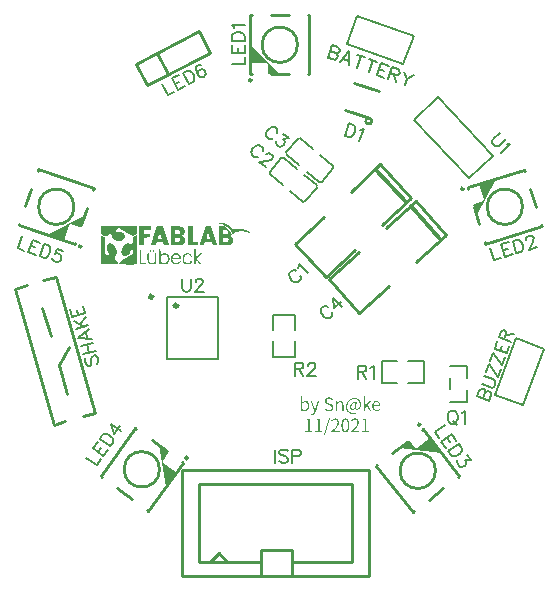
<source format=gto>
G04 Layer: TopSilkLayer*
G04 EasyEDA v6.4.25, 2021-11-16T21:36:29+01:00*
G04 969fc306525a459593755dfbefa048c4,10*
G04 Gerber Generator version 0.2*
G04 Scale: 100 percent, Rotated: No, Reflected: No *
G04 Dimensions in millimeters *
G04 leading zeros omitted , absolute positions ,4 integer and 5 decimal *
%FSLAX45Y45*%
%MOMM*%

%ADD32C,0.2540*%
%ADD33C,0.1524*%
%ADD34C,0.2032*%
%ADD35C,0.3302*%
%ADD36C,0.3000*%

%LPD*%
G36*
X-508812Y489204D02*
G01*
X-528878Y489102D01*
X-500888Y480263D01*
X-487426Y475234D01*
X-481076Y472541D01*
X-469087Y466598D01*
X-463397Y463397D01*
X-457962Y460044D01*
X-447649Y452678D01*
X-442722Y448716D01*
X-433425Y440080D01*
X-428955Y435457D01*
X-424637Y430580D01*
X-416356Y420065D01*
X-412343Y414426D01*
X-404571Y402234D01*
X-400253Y395020D01*
X-385622Y402691D01*
X-380187Y405028D01*
X-374548Y407162D01*
X-368706Y408990D01*
X-356565Y411937D01*
X-350266Y413054D01*
X-337261Y414477D01*
X-330657Y414832D01*
X-317195Y414731D01*
X-310388Y414324D01*
X-296722Y412699D01*
X-289915Y411530D01*
X-276352Y408381D01*
X-256286Y401929D01*
X-250799Y400405D01*
X-247040Y399643D01*
X-245668Y399897D01*
X-246837Y401574D01*
X-249986Y404215D01*
X-254711Y407517D01*
X-267309Y415137D01*
X-281330Y422554D01*
X-293268Y427685D01*
X-304038Y431342D01*
X-309422Y432816D01*
X-320243Y435101D01*
X-331165Y436422D01*
X-336600Y436778D01*
X-347624Y436778D01*
X-353161Y436473D01*
X-364337Y435101D01*
X-375666Y432816D01*
X-393090Y428650D01*
X-401726Y440283D01*
X-405231Y444347D01*
X-413004Y452170D01*
X-421640Y459435D01*
X-431038Y466140D01*
X-441096Y472185D01*
X-451662Y477469D01*
X-462635Y481888D01*
X-468223Y483768D01*
X-473913Y485393D01*
X-481228Y486918D01*
X-490270Y488137D01*
X-499872Y488950D01*
G37*
G36*
X-517651Y457911D02*
G01*
X-517651Y426516D01*
X-463296Y426516D01*
X-456844Y426212D01*
X-451205Y425399D01*
X-446582Y424078D01*
X-443230Y422300D01*
X-440486Y419862D01*
X-438861Y417068D01*
X-438200Y413461D01*
X-438302Y408635D01*
X-438962Y404571D01*
X-440232Y401116D01*
X-442163Y398373D01*
X-444906Y396138D01*
X-448462Y394512D01*
X-452882Y393395D01*
X-458266Y392734D01*
X-464616Y392480D01*
X-477723Y392480D01*
X-477723Y426516D01*
X-517651Y426516D01*
X-517651Y361035D01*
X-460756Y361035D01*
X-453694Y360781D01*
X-447446Y360121D01*
X-442569Y359054D01*
X-439674Y357784D01*
X-437946Y355904D01*
X-436321Y353364D01*
X-434898Y350418D01*
X-433984Y347421D01*
X-433476Y343662D01*
X-434035Y340410D01*
X-435711Y337210D01*
X-438708Y333654D01*
X-442569Y330200D01*
X-446785Y328168D01*
X-452628Y327202D01*
X-461416Y326999D01*
X-477723Y326999D01*
X-477723Y361035D01*
X-517651Y361035D01*
X-517651Y295554D01*
X-467258Y295656D01*
X-450951Y296062D01*
X-437083Y296824D01*
X-427380Y297789D01*
X-424637Y298348D01*
X-419811Y300177D01*
X-415035Y302717D01*
X-410514Y305917D01*
X-406298Y309575D01*
X-402539Y313690D01*
X-399288Y318058D01*
X-396798Y322630D01*
X-395020Y327202D01*
X-393801Y334111D01*
X-393954Y341274D01*
X-395224Y348437D01*
X-397662Y355346D01*
X-401066Y361746D01*
X-405333Y367385D01*
X-410311Y372008D01*
X-416001Y375361D01*
X-423265Y378561D01*
X-405079Y389839D01*
X-410819Y400812D01*
X-415696Y408686D01*
X-422401Y417728D01*
X-430276Y427177D01*
X-438658Y436219D01*
X-446887Y444195D01*
X-454304Y450240D01*
X-460806Y454558D01*
X-463804Y455879D01*
X-467156Y456844D01*
X-471220Y457403D01*
X-476351Y457758D01*
X-482904Y457911D01*
G37*
G36*
X-626922Y457911D02*
G01*
X-644296Y407263D01*
X-661582Y355142D01*
X-619963Y355142D01*
X-617626Y363829D01*
X-612089Y381965D01*
X-604164Y406806D01*
X-588721Y358241D01*
X-588314Y355498D01*
X-589991Y353974D01*
X-594715Y353314D01*
X-603554Y353161D01*
X-609904Y353314D01*
X-615137Y353771D01*
X-618642Y354380D01*
X-619963Y355142D01*
X-661582Y355142D01*
X-678027Y303834D01*
X-679805Y297434D01*
X-678230Y296672D01*
X-673811Y296164D01*
X-667308Y295960D01*
X-638911Y296875D01*
X-631494Y321919D01*
X-576529Y320446D01*
X-569163Y295554D01*
X-536295Y295656D01*
X-530301Y296316D01*
X-528421Y298094D01*
X-529031Y301447D01*
X-580491Y457911D01*
G37*
G36*
X-777138Y457911D02*
G01*
X-777138Y295554D01*
X-689813Y295554D01*
X-689813Y326999D01*
X-737209Y326999D01*
X-737209Y457911D01*
G37*
G36*
X-924356Y457911D02*
G01*
X-924356Y426516D01*
X-870000Y426516D01*
X-863498Y426212D01*
X-857859Y425399D01*
X-853287Y424078D01*
X-849934Y422300D01*
X-847191Y419862D01*
X-845566Y417068D01*
X-844905Y413461D01*
X-845007Y408635D01*
X-845616Y404571D01*
X-846937Y401116D01*
X-848868Y398373D01*
X-851611Y396138D01*
X-855167Y394512D01*
X-859586Y393395D01*
X-864920Y392734D01*
X-871321Y392480D01*
X-884428Y392480D01*
X-884428Y426516D01*
X-924356Y426516D01*
X-924356Y361035D01*
X-866952Y361035D01*
X-858062Y360832D01*
X-851966Y360019D01*
X-847750Y358394D01*
X-844499Y355803D01*
X-840689Y349961D01*
X-839724Y343814D01*
X-841552Y337769D01*
X-846124Y332435D01*
X-850036Y329793D01*
X-854608Y328117D01*
X-860552Y327253D01*
X-868578Y326999D01*
X-884428Y326999D01*
X-884428Y361035D01*
X-924356Y361035D01*
X-924356Y295554D01*
X-873963Y295656D01*
X-857605Y296062D01*
X-843787Y296824D01*
X-834085Y297789D01*
X-831342Y298348D01*
X-826008Y300278D01*
X-821131Y302768D01*
X-816711Y305816D01*
X-812749Y309321D01*
X-809294Y313283D01*
X-806399Y317601D01*
X-804113Y322224D01*
X-802386Y327152D01*
X-801319Y332282D01*
X-800912Y337566D01*
X-801217Y343001D01*
X-802233Y348437D01*
X-803910Y353364D01*
X-806399Y358292D01*
X-809447Y363067D01*
X-812952Y367436D01*
X-816660Y371195D01*
X-820419Y374192D01*
X-824077Y376123D01*
X-827430Y376834D01*
X-830224Y377088D01*
X-830834Y377799D01*
X-828954Y379272D01*
X-824534Y381812D01*
X-816102Y387400D01*
X-810361Y393547D01*
X-806907Y401015D01*
X-805180Y410413D01*
X-804976Y416001D01*
X-805332Y421284D01*
X-806246Y426262D01*
X-807770Y430885D01*
X-809853Y435203D01*
X-812495Y439166D01*
X-815695Y442772D01*
X-819403Y446024D01*
X-823671Y448919D01*
X-828446Y451358D01*
X-833729Y453440D01*
X-839520Y455117D01*
X-846785Y456133D01*
X-858266Y457047D01*
X-872388Y457606D01*
X-887577Y457860D01*
G37*
G36*
X-1040485Y457911D02*
G01*
X-1061466Y392379D01*
X-1074355Y353161D01*
X-1033678Y353161D01*
X-1022756Y387705D01*
X-1019962Y395630D01*
X-1017828Y400964D01*
X-1016660Y402945D01*
X-1015492Y400964D01*
X-1010615Y387705D01*
X-999642Y353161D01*
X-1074355Y353161D01*
X-1093876Y295554D01*
X-1052017Y295554D01*
X-1043736Y321767D01*
X-989634Y321767D01*
X-981354Y295554D01*
X-948690Y295706D01*
X-942492Y296316D01*
X-940206Y297688D01*
X-940511Y300126D01*
X-992987Y457911D01*
G37*
G36*
X-1188821Y457911D02*
G01*
X-1188821Y295554D01*
X-1148943Y295554D01*
X-1148943Y360832D01*
X-1102766Y362356D01*
X-1101242Y392480D01*
X-1148943Y392480D01*
X-1148943Y426516D01*
X-1086561Y426516D01*
X-1086561Y457911D01*
G37*
G36*
X-1515668Y457911D02*
G01*
X-1515668Y395833D01*
X-1494536Y381101D01*
X-1488440Y377088D01*
X-1483664Y374548D01*
X-1479702Y373481D01*
X-1475943Y373786D01*
X-1471777Y375462D01*
X-1466697Y378409D01*
X-1442110Y394004D01*
X-1431493Y387807D01*
X-1426413Y384505D01*
X-1423111Y381508D01*
X-1421384Y378460D01*
X-1420876Y375005D01*
X-1420571Y370382D01*
X-1419606Y365963D01*
X-1418031Y361746D01*
X-1415897Y357733D01*
X-1413154Y353974D01*
X-1409903Y350418D01*
X-1406144Y347167D01*
X-1401826Y344220D01*
X-1397050Y341579D01*
X-1391869Y339242D01*
X-1386179Y337312D01*
X-1380134Y335737D01*
X-1373378Y334518D01*
X-1366774Y333908D01*
X-1360322Y333857D01*
X-1354074Y334314D01*
X-1348079Y335280D01*
X-1342390Y336753D01*
X-1337005Y338683D01*
X-1332026Y341020D01*
X-1327505Y343814D01*
X-1323390Y346964D01*
X-1319834Y350520D01*
X-1316786Y354380D01*
X-1314348Y358597D01*
X-1312570Y363118D01*
X-1311452Y367893D01*
X-1311097Y372922D01*
X-1311452Y378968D01*
X-1312621Y383895D01*
X-1314958Y388467D01*
X-1318615Y393395D01*
X-1322832Y397916D01*
X-1327404Y401675D01*
X-1332484Y404774D01*
X-1338072Y407212D01*
X-1344269Y409041D01*
X-1351229Y410260D01*
X-1359001Y410972D01*
X-1377797Y411276D01*
X-1384960Y411988D01*
X-1389888Y413359D01*
X-1393444Y415493D01*
X-1396187Y418287D01*
X-1395679Y420878D01*
X-1390751Y424688D01*
X-1361592Y442214D01*
X-1291894Y399694D01*
X-1243888Y371043D01*
X-1206296Y392836D01*
X-1206296Y457911D01*
G37*
G36*
X-1514449Y384606D02*
G01*
X-1514805Y378206D01*
X-1515110Y360375D01*
X-1515211Y289509D01*
X-1514449Y134518D01*
X-1367231Y134518D01*
X-1366570Y143662D01*
X-1366570Y148996D01*
X-1368247Y152857D01*
X-1372870Y156667D01*
X-1397203Y171196D01*
X-1398168Y198983D01*
X-1397457Y205079D01*
X-1395323Y209194D01*
X-1387652Y216916D01*
X-1384858Y221030D01*
X-1382725Y225552D01*
X-1381150Y230479D01*
X-1380185Y235712D01*
X-1379778Y241198D01*
X-1379931Y246888D01*
X-1380591Y252729D01*
X-1381760Y258622D01*
X-1383436Y264515D01*
X-1385570Y270357D01*
X-1388110Y276047D01*
X-1391107Y281635D01*
X-1394510Y286918D01*
X-1398320Y291896D01*
X-1402486Y296570D01*
X-1406956Y300736D01*
X-1411782Y304495D01*
X-1416913Y307644D01*
X-1422349Y310184D01*
X-1427530Y311912D01*
X-1432407Y312928D01*
X-1437030Y313182D01*
X-1441348Y312775D01*
X-1445361Y311708D01*
X-1449019Y310032D01*
X-1452372Y307797D01*
X-1455318Y305054D01*
X-1457909Y301752D01*
X-1460093Y298043D01*
X-1461820Y293878D01*
X-1463141Y289356D01*
X-1464005Y284429D01*
X-1464411Y279196D01*
X-1464310Y273710D01*
X-1463700Y267919D01*
X-1462532Y261975D01*
X-1460855Y255828D01*
X-1458620Y249529D01*
X-1455775Y243128D01*
X-1451610Y235559D01*
X-1449730Y232867D01*
X-1448358Y231444D01*
X-1447393Y229666D01*
X-1446580Y226110D01*
X-1446022Y221335D01*
X-1445818Y215696D01*
X-1445818Y201676D01*
X-1483258Y223520D01*
X-1483258Y364998D01*
X-1504137Y378612D01*
X-1512773Y383844D01*
G37*
G36*
X-1207566Y384352D02*
G01*
X-1241247Y365150D01*
X-1241247Y317398D01*
X-1260348Y308203D01*
X-1264767Y306882D01*
X-1268018Y307441D01*
X-1274978Y311759D01*
X-1278686Y313232D01*
X-1282649Y314045D01*
X-1286764Y314198D01*
X-1290980Y313791D01*
X-1295247Y312826D01*
X-1299616Y311251D01*
X-1303934Y309168D01*
X-1308252Y306578D01*
X-1312468Y303479D01*
X-1316532Y299923D01*
X-1320495Y295960D01*
X-1324203Y291490D01*
X-1327708Y286664D01*
X-1330858Y281482D01*
X-1333754Y275894D01*
X-1337919Y266344D01*
X-1340154Y258825D01*
X-1340916Y250952D01*
X-1340612Y240385D01*
X-1339850Y229971D01*
X-1338478Y223367D01*
X-1335938Y218694D01*
X-1331518Y214071D01*
X-1327658Y211074D01*
X-1323441Y208889D01*
X-1318920Y207517D01*
X-1314145Y206959D01*
X-1309217Y207111D01*
X-1304239Y207975D01*
X-1299210Y209550D01*
X-1294231Y211734D01*
X-1289354Y214579D01*
X-1284630Y217932D01*
X-1280160Y221894D01*
X-1275994Y226364D01*
X-1272184Y231292D01*
X-1268780Y236626D01*
X-1265936Y242417D01*
X-1261567Y253949D01*
X-1258925Y258064D01*
X-1255420Y261416D01*
X-1250746Y264363D01*
X-1241247Y269494D01*
X-1241247Y223316D01*
X-1332382Y168148D01*
X-1344117Y160578D01*
X-1351432Y155295D01*
X-1353769Y153263D01*
X-1355344Y151485D01*
X-1356410Y149910D01*
X-1356969Y148437D01*
X-1357274Y145389D01*
X-1357223Y134518D01*
X-1246784Y133604D01*
X-1230122Y133756D01*
X-1218590Y134162D01*
X-1211478Y134823D01*
X-1209344Y135280D01*
X-1208024Y135839D01*
X-1207465Y136448D01*
X-1207109Y143713D01*
X-1206855Y162052D01*
X-1206754Y232664D01*
G37*
G36*
X-722223Y261518D02*
G01*
X-722223Y135788D01*
X-716026Y135788D01*
X-712470Y136194D01*
X-710590Y138480D01*
X-709879Y144475D01*
X-709777Y176072D01*
X-692099Y155956D01*
X-683006Y145948D01*
X-676503Y139801D01*
X-671525Y136652D01*
X-667156Y135788D01*
X-664311Y135940D01*
X-662025Y136347D01*
X-660450Y136956D01*
X-659892Y137718D01*
X-661517Y140157D01*
X-665886Y145440D01*
X-680415Y161290D01*
X-700938Y182930D01*
X-672439Y213156D01*
X-665886Y220471D01*
X-661517Y225755D01*
X-659892Y228193D01*
X-660501Y228904D01*
X-662279Y229463D01*
X-664819Y229819D01*
X-667969Y229920D01*
X-672795Y229108D01*
X-677722Y226212D01*
X-684022Y220268D01*
X-692912Y210312D01*
X-709777Y190855D01*
X-709777Y261518D01*
G37*
G36*
X-1021638Y261518D02*
G01*
X-1021638Y180340D01*
X-1008634Y180340D01*
X-1008278Y187299D01*
X-1007059Y193548D01*
X-1005230Y199186D01*
X-1002792Y204266D01*
X-999845Y208686D01*
X-996391Y212394D01*
X-992581Y215392D01*
X-988364Y217576D01*
X-983894Y218998D01*
X-979220Y219557D01*
X-974344Y219202D01*
X-969365Y217982D01*
X-964387Y215747D01*
X-960119Y213106D01*
X-956513Y210210D01*
X-953465Y206908D01*
X-951026Y203301D01*
X-949147Y199288D01*
X-947826Y194818D01*
X-947064Y189941D01*
X-946810Y184556D01*
X-947115Y178765D01*
X-947978Y173380D01*
X-949401Y168351D01*
X-951331Y163728D01*
X-953769Y159613D01*
X-956716Y155956D01*
X-960170Y152857D01*
X-964031Y150317D01*
X-969822Y147929D01*
X-975512Y146761D01*
X-981151Y146862D01*
X-986536Y148082D01*
X-991565Y150266D01*
X-996137Y153466D01*
X-1000201Y157480D01*
X-1003553Y162306D01*
X-1006144Y167741D01*
X-1007871Y173786D01*
X-1008634Y180340D01*
X-1021638Y180340D01*
X-1021638Y135788D01*
X-1015441Y135788D01*
X-1012190Y136093D01*
X-1010310Y137312D01*
X-1009396Y139801D01*
X-1009192Y144119D01*
X-1009192Y152450D01*
X-1003553Y147066D01*
X-997153Y141732D01*
X-990853Y138226D01*
X-983843Y136347D01*
X-975563Y135788D01*
X-970584Y136042D01*
X-966012Y136702D01*
X-961694Y137871D01*
X-957681Y139547D01*
X-953871Y141732D01*
X-950264Y144424D01*
X-946810Y147726D01*
X-943457Y151536D01*
X-940257Y156006D01*
X-937666Y160731D01*
X-935583Y165709D01*
X-934059Y170840D01*
X-933043Y176072D01*
X-932535Y181406D01*
X-932586Y186690D01*
X-933094Y191973D01*
X-934110Y197104D01*
X-935583Y202082D01*
X-937564Y206857D01*
X-940003Y211328D01*
X-942898Y215493D01*
X-946251Y219252D01*
X-950061Y222605D01*
X-954278Y225399D01*
X-959205Y227736D01*
X-964488Y229108D01*
X-970737Y229666D01*
X-978611Y229463D01*
X-986840Y228701D01*
X-992632Y227329D01*
X-997203Y224891D01*
X-1001674Y220979D01*
X-1009192Y213410D01*
X-1009294Y251307D01*
X-1010005Y258470D01*
X-1011834Y261112D01*
X-1015441Y261518D01*
G37*
G36*
X-1070406Y258724D02*
G01*
X-1073607Y257657D01*
X-1076756Y254762D01*
X-1078484Y250393D01*
X-1077417Y246227D01*
X-1074013Y243078D01*
X-1068832Y241858D01*
X-1064564Y243128D01*
X-1062177Y246278D01*
X-1061974Y250545D01*
X-1064158Y255117D01*
X-1067206Y257860D01*
G37*
G36*
X-1095654Y258419D02*
G01*
X-1097889Y257657D01*
X-1099769Y256235D01*
X-1101242Y254203D01*
X-1102258Y249174D01*
X-1100683Y244602D01*
X-1097280Y241554D01*
X-1092606Y240995D01*
X-1088593Y244144D01*
X-1087424Y249834D01*
X-1088999Y255422D01*
X-1093216Y258419D01*
G37*
G36*
X-1186332Y253644D02*
G01*
X-1186332Y135788D01*
X-1145692Y135940D01*
X-1137818Y136601D01*
X-1134567Y138176D01*
X-1133957Y141020D01*
X-1134465Y143865D01*
X-1137056Y145491D01*
X-1143050Y146151D01*
X-1173886Y146304D01*
X-1173886Y253644D01*
G37*
G36*
X-784098Y230073D02*
G01*
X-789990Y229514D01*
X-795528Y228295D01*
X-800455Y226567D01*
X-804621Y224180D01*
X-809802Y220217D01*
X-814019Y216357D01*
X-817270Y212394D01*
X-819708Y208076D01*
X-821436Y203200D01*
X-822553Y197510D01*
X-823112Y190855D01*
X-823315Y182930D01*
X-823112Y175056D01*
X-822553Y168351D01*
X-821436Y162712D01*
X-819708Y157835D01*
X-817219Y153466D01*
X-813917Y149453D01*
X-809650Y145542D01*
X-804367Y141478D01*
X-799338Y138328D01*
X-794359Y136601D01*
X-787958Y136042D01*
X-778764Y136347D01*
X-768959Y137109D01*
X-762660Y138734D01*
X-757732Y142087D01*
X-751941Y148234D01*
X-745286Y156311D01*
X-742696Y161340D01*
X-744169Y163880D01*
X-749554Y164592D01*
X-752957Y164287D01*
X-755497Y163372D01*
X-757326Y161747D01*
X-758444Y159359D01*
X-761644Y154381D01*
X-767537Y150215D01*
X-775106Y147370D01*
X-783539Y146304D01*
X-787958Y146862D01*
X-792378Y148539D01*
X-796645Y151130D01*
X-800658Y154533D01*
X-804214Y158597D01*
X-807212Y163169D01*
X-809498Y168148D01*
X-810920Y173329D01*
X-811631Y178816D01*
X-811784Y184150D01*
X-811377Y189230D01*
X-810361Y194106D01*
X-808837Y198729D01*
X-806754Y203047D01*
X-804113Y207111D01*
X-800912Y210921D01*
X-796645Y214680D01*
X-792022Y217474D01*
X-787146Y219252D01*
X-782167Y220065D01*
X-777240Y219862D01*
X-772414Y218643D01*
X-767892Y216458D01*
X-763778Y213207D01*
X-759104Y207873D01*
X-757682Y205587D01*
X-756615Y202946D01*
X-754989Y202082D01*
X-752602Y201523D01*
X-749706Y201269D01*
X-746810Y201422D01*
X-744423Y201879D01*
X-742797Y202488D01*
X-742238Y203250D01*
X-744118Y208889D01*
X-748792Y215798D01*
X-754837Y222199D01*
X-760882Y226314D01*
X-766216Y228193D01*
X-772007Y229463D01*
X-778052Y230073D01*
G37*
G36*
X-1112824Y230073D02*
G01*
X-1115364Y229768D01*
X-1117701Y228904D01*
X-1119530Y227634D01*
X-1120597Y226060D01*
X-1121105Y222097D01*
X-1121308Y203606D01*
X-1120394Y179578D01*
X-1119530Y169722D01*
X-1118311Y161696D01*
X-1116634Y155194D01*
X-1114450Y149961D01*
X-1111707Y145796D01*
X-1108252Y142494D01*
X-1104087Y139801D01*
X-1098346Y137414D01*
X-1091996Y136093D01*
X-1085392Y135788D01*
X-1078788Y136398D01*
X-1072489Y137922D01*
X-1066800Y140309D01*
X-1062075Y143510D01*
X-1058519Y147421D01*
X-1057808Y147929D01*
X-1057198Y147269D01*
X-1056792Y145592D01*
X-1056335Y139395D01*
X-1055420Y137210D01*
X-1053490Y136093D01*
X-1050340Y135788D01*
X-1044092Y135788D01*
X-1044092Y230073D01*
X-1052068Y230022D01*
X-1053592Y229514D01*
X-1054658Y228244D01*
X-1055471Y225755D01*
X-1055979Y221691D01*
X-1056690Y207111D01*
X-1057859Y161544D01*
X-1065987Y153924D01*
X-1070203Y150520D01*
X-1074470Y148031D01*
X-1078738Y146608D01*
X-1083056Y146100D01*
X-1087272Y146608D01*
X-1091387Y148082D01*
X-1095349Y150520D01*
X-1099210Y153924D01*
X-1106525Y161594D01*
X-1106525Y230073D01*
G37*
G36*
X-877112Y229870D02*
G01*
X-883056Y229666D01*
X-888695Y229006D01*
X-893876Y227939D01*
X-898144Y226415D01*
X-902309Y224129D01*
X-906068Y221284D01*
X-909421Y217982D01*
X-912368Y214274D01*
X-914908Y210210D01*
X-917041Y205790D01*
X-918768Y201168D01*
X-920038Y196291D01*
X-921108Y189585D01*
X-909370Y189585D01*
X-908354Y193090D01*
X-905916Y199593D01*
X-903782Y204216D01*
X-901192Y208178D01*
X-898194Y211632D01*
X-894791Y214477D01*
X-891032Y216712D01*
X-886866Y218287D01*
X-882396Y219303D01*
X-877620Y219608D01*
X-871626Y219252D01*
X-866952Y217982D01*
X-862736Y215239D01*
X-857961Y210718D01*
X-854405Y206502D01*
X-851763Y202387D01*
X-850087Y198475D01*
X-849528Y195021D01*
X-849528Y188214D01*
X-891082Y188315D01*
X-907034Y189026D01*
X-909370Y189585D01*
X-921108Y189585D01*
X-921410Y186232D01*
X-921410Y181102D01*
X-921003Y175971D01*
X-920191Y170891D01*
X-918921Y165963D01*
X-917244Y161188D01*
X-915111Y156616D01*
X-912520Y152349D01*
X-909523Y148386D01*
X-906068Y144830D01*
X-902157Y141732D01*
X-897382Y139090D01*
X-891743Y137210D01*
X-885545Y135991D01*
X-879043Y135585D01*
X-872540Y135839D01*
X-866292Y136855D01*
X-860602Y138582D01*
X-855675Y141071D01*
X-850137Y145542D01*
X-844905Y151079D01*
X-841044Y156514D01*
X-839520Y160578D01*
X-841451Y162356D01*
X-846328Y161493D01*
X-852525Y158597D01*
X-862736Y150876D01*
X-867054Y148488D01*
X-871575Y146913D01*
X-876096Y146100D01*
X-880668Y146100D01*
X-885139Y146862D01*
X-889457Y148386D01*
X-893521Y150571D01*
X-897280Y153517D01*
X-900633Y157124D01*
X-903579Y161391D01*
X-905916Y166268D01*
X-908354Y172821D01*
X-909370Y176326D01*
X-906526Y176885D01*
X-887374Y177596D01*
X-862177Y177749D01*
X-847140Y178054D01*
X-842568Y178511D01*
X-839520Y179120D01*
X-837590Y180035D01*
X-836472Y181254D01*
X-835812Y182829D01*
X-835101Y188010D01*
X-835609Y193903D01*
X-837285Y200152D01*
X-839927Y206451D01*
X-843381Y212547D01*
X-847496Y218084D01*
X-852119Y222758D01*
X-857097Y226212D01*
X-860958Y227787D01*
X-865784Y228904D01*
X-871270Y229616D01*
G37*
G36*
X709422Y-983487D02*
G01*
X709422Y-1104900D01*
X721614Y-1104900D01*
X721614Y-1083056D01*
X737616Y-1064260D01*
X762508Y-1104900D01*
X775970Y-1104900D01*
X744982Y-1055624D01*
X772160Y-1022603D01*
X758444Y-1022603D01*
X722122Y-1067562D01*
X721614Y-1067562D01*
X721614Y-983487D01*
G37*
G36*
X179578Y-983487D02*
G01*
X179578Y-1087374D01*
X192024Y-1087374D01*
X192024Y-1042924D01*
X198018Y-1037742D01*
X203809Y-1033983D01*
X209448Y-1031748D01*
X214884Y-1030986D01*
X220624Y-1031595D01*
X225399Y-1033322D01*
X229362Y-1036066D01*
X232511Y-1039774D01*
X234848Y-1044346D01*
X236474Y-1049731D01*
X237439Y-1055827D01*
X237744Y-1062482D01*
X237286Y-1069898D01*
X235915Y-1076553D01*
X233679Y-1082344D01*
X230733Y-1087170D01*
X227075Y-1091082D01*
X222859Y-1093927D01*
X218084Y-1095654D01*
X212852Y-1096264D01*
X208330Y-1095806D01*
X203200Y-1094282D01*
X197713Y-1091539D01*
X192024Y-1087374D01*
X179578Y-1087374D01*
X179578Y-1104900D01*
X189230Y-1104900D01*
X190754Y-1096264D01*
X191008Y-1096264D01*
X196799Y-1100734D01*
X202844Y-1104087D01*
X208991Y-1106170D01*
X214884Y-1106932D01*
X219608Y-1106576D01*
X224129Y-1105611D01*
X228498Y-1103934D01*
X232613Y-1101648D01*
X236474Y-1098753D01*
X239928Y-1095298D01*
X243027Y-1091184D01*
X245668Y-1086561D01*
X247802Y-1081328D01*
X249377Y-1075588D01*
X250342Y-1069289D01*
X250698Y-1062482D01*
X250444Y-1056335D01*
X249732Y-1050544D01*
X248564Y-1045210D01*
X246938Y-1040333D01*
X244856Y-1035913D01*
X242316Y-1032002D01*
X239318Y-1028598D01*
X235915Y-1025804D01*
X232054Y-1023569D01*
X227787Y-1021892D01*
X223062Y-1020927D01*
X217932Y-1020571D01*
X210820Y-1021486D01*
X203911Y-1024026D01*
X197408Y-1027734D01*
X191262Y-1032256D01*
X192024Y-1017269D01*
X192024Y-983487D01*
G37*
G36*
X417322Y-991362D02*
G01*
X410159Y-991920D01*
X403555Y-993546D01*
X397662Y-996137D01*
X392633Y-999591D01*
X388467Y-1003858D01*
X385368Y-1008837D01*
X383438Y-1014425D01*
X382778Y-1020571D01*
X383336Y-1026261D01*
X384860Y-1031240D01*
X387248Y-1035507D01*
X390296Y-1039164D01*
X393852Y-1042212D01*
X397662Y-1044803D01*
X401675Y-1046987D01*
X421640Y-1055878D01*
X429107Y-1059434D01*
X435152Y-1063498D01*
X439216Y-1068882D01*
X440690Y-1076452D01*
X440283Y-1080566D01*
X439013Y-1084275D01*
X436981Y-1087577D01*
X434187Y-1090371D01*
X430733Y-1092657D01*
X426567Y-1094333D01*
X421741Y-1095400D01*
X416306Y-1095756D01*
X407517Y-1094740D01*
X399237Y-1091895D01*
X391718Y-1087374D01*
X385064Y-1081532D01*
X377444Y-1090168D01*
X381203Y-1093876D01*
X385318Y-1097178D01*
X389737Y-1100074D01*
X394462Y-1102461D01*
X399440Y-1104392D01*
X404723Y-1105763D01*
X410260Y-1106627D01*
X416051Y-1106932D01*
X424281Y-1106322D01*
X431698Y-1104493D01*
X438099Y-1101648D01*
X443534Y-1097889D01*
X447852Y-1093266D01*
X451002Y-1087983D01*
X452983Y-1082040D01*
X453643Y-1075690D01*
X453186Y-1069797D01*
X451815Y-1064717D01*
X449681Y-1060297D01*
X446836Y-1056538D01*
X443433Y-1053236D01*
X439521Y-1050391D01*
X435152Y-1047902D01*
X430530Y-1045718D01*
X407720Y-1035964D01*
X401777Y-1032154D01*
X397408Y-1026871D01*
X395732Y-1019556D01*
X397306Y-1012494D01*
X401675Y-1007160D01*
X408482Y-1003757D01*
X417322Y-1002537D01*
X424891Y-1003300D01*
X431596Y-1005382D01*
X437591Y-1008735D01*
X442976Y-1013206D01*
X449834Y-1005078D01*
X443433Y-999490D01*
X435762Y-995171D01*
X427024Y-992378D01*
G37*
G36*
X631190Y-995680D02*
G01*
X625602Y-995883D01*
X620166Y-996543D01*
X614781Y-997610D01*
X609549Y-999083D01*
X604469Y-1001014D01*
X599592Y-1003249D01*
X594868Y-1005941D01*
X590397Y-1008938D01*
X586130Y-1012342D01*
X582117Y-1016050D01*
X578408Y-1020114D01*
X575005Y-1024534D01*
X571906Y-1029258D01*
X569163Y-1034287D01*
X566775Y-1039621D01*
X564794Y-1045210D01*
X563219Y-1051102D01*
X562051Y-1057300D01*
X561340Y-1063701D01*
X561086Y-1070356D01*
X561390Y-1077468D01*
X562254Y-1084173D01*
X563676Y-1090472D01*
X565658Y-1096314D01*
X568096Y-1101699D01*
X571042Y-1106678D01*
X574395Y-1111199D01*
X578205Y-1115263D01*
X582371Y-1118870D01*
X586943Y-1122019D01*
X591820Y-1124661D01*
X597001Y-1126845D01*
X602437Y-1128572D01*
X608177Y-1129792D01*
X614121Y-1130554D01*
X620268Y-1130808D01*
X628853Y-1130300D01*
X637082Y-1128674D01*
X644956Y-1125982D01*
X652526Y-1122172D01*
X648970Y-1114552D01*
X642772Y-1117650D01*
X636066Y-1120089D01*
X628904Y-1121613D01*
X621284Y-1122172D01*
X615899Y-1121968D01*
X610717Y-1121308D01*
X605739Y-1120190D01*
X601014Y-1118666D01*
X596544Y-1116736D01*
X592378Y-1114399D01*
X588467Y-1111656D01*
X584911Y-1108506D01*
X581710Y-1105001D01*
X578866Y-1101090D01*
X576376Y-1096822D01*
X574294Y-1092149D01*
X572668Y-1087170D01*
X571449Y-1081836D01*
X570738Y-1076147D01*
X570484Y-1070102D01*
X570839Y-1062736D01*
X571804Y-1055725D01*
X573379Y-1049121D01*
X575564Y-1042873D01*
X578256Y-1036980D01*
X581406Y-1031595D01*
X585012Y-1026566D01*
X588975Y-1022045D01*
X593344Y-1017981D01*
X598017Y-1014374D01*
X602945Y-1011275D01*
X608076Y-1008735D01*
X613460Y-1006703D01*
X618947Y-1005230D01*
X624535Y-1004366D01*
X630174Y-1004062D01*
X637489Y-1004468D01*
X644245Y-1005636D01*
X650392Y-1007618D01*
X655980Y-1010208D01*
X660908Y-1013510D01*
X665226Y-1017473D01*
X668883Y-1021943D01*
X671931Y-1027023D01*
X674319Y-1032560D01*
X676046Y-1038555D01*
X677062Y-1045006D01*
X677418Y-1051814D01*
X676859Y-1059840D01*
X675284Y-1066952D01*
X672846Y-1073099D01*
X669747Y-1078179D01*
X666140Y-1082243D01*
X662178Y-1085189D01*
X658114Y-1087018D01*
X654050Y-1087628D01*
X648106Y-1086358D01*
X644499Y-1082598D01*
X643280Y-1076147D01*
X644652Y-1067054D01*
X651256Y-1033526D01*
X642620Y-1033526D01*
X641096Y-1040384D01*
X640842Y-1040384D01*
X638098Y-1036777D01*
X634847Y-1034237D01*
X631139Y-1032764D01*
X627126Y-1032256D01*
X619963Y-1033221D01*
X613562Y-1035862D01*
X608025Y-1039926D01*
X603351Y-1045108D01*
X599592Y-1051102D01*
X596849Y-1057656D01*
X595172Y-1064412D01*
X594677Y-1070356D01*
X604520Y-1070356D01*
X604926Y-1065377D01*
X606094Y-1060348D01*
X607974Y-1055420D01*
X610565Y-1050899D01*
X613765Y-1046987D01*
X617575Y-1043889D01*
X621995Y-1041857D01*
X626872Y-1041146D01*
X630224Y-1041501D01*
X633171Y-1042720D01*
X635812Y-1044905D01*
X638302Y-1048258D01*
X633476Y-1075944D01*
X629056Y-1080668D01*
X624840Y-1083919D01*
X620826Y-1085748D01*
X616966Y-1086358D01*
X612038Y-1085443D01*
X608076Y-1082649D01*
X605485Y-1077671D01*
X604520Y-1070356D01*
X594677Y-1070356D01*
X595020Y-1076604D01*
X596188Y-1081430D01*
X598017Y-1085545D01*
X600456Y-1088999D01*
X603402Y-1091692D01*
X606806Y-1093673D01*
X610616Y-1094841D01*
X614680Y-1095248D01*
X620318Y-1094333D01*
X625754Y-1091742D01*
X630885Y-1087983D01*
X635508Y-1083310D01*
X635762Y-1083310D01*
X637590Y-1089101D01*
X641350Y-1093114D01*
X646633Y-1095502D01*
X653034Y-1096264D01*
X656894Y-1095959D01*
X660806Y-1094994D01*
X664667Y-1093368D01*
X668426Y-1091133D01*
X672033Y-1088288D01*
X675386Y-1084834D01*
X678434Y-1080770D01*
X681075Y-1076045D01*
X683260Y-1070762D01*
X684885Y-1064869D01*
X685952Y-1058367D01*
X686308Y-1051306D01*
X686054Y-1045260D01*
X685342Y-1039418D01*
X684123Y-1033932D01*
X682498Y-1028700D01*
X680364Y-1023772D01*
X677824Y-1019200D01*
X674878Y-1014984D01*
X671525Y-1011123D01*
X667766Y-1007618D01*
X663600Y-1004569D01*
X659079Y-1001928D01*
X654151Y-999744D01*
X648919Y-997966D01*
X643331Y-996696D01*
X637438Y-995934D01*
G37*
G36*
X819658Y-1020571D02*
G01*
X814984Y-1020927D01*
X810412Y-1021943D01*
X805992Y-1023569D01*
X801776Y-1025855D01*
X797814Y-1028700D01*
X794207Y-1032154D01*
X790956Y-1036167D01*
X788212Y-1040688D01*
X785926Y-1045768D01*
X784250Y-1051306D01*
X783178Y-1057402D01*
X795020Y-1057402D01*
X796086Y-1051356D01*
X797966Y-1046022D01*
X800455Y-1041400D01*
X803554Y-1037539D01*
X807161Y-1034491D01*
X811123Y-1032306D01*
X815390Y-1030935D01*
X819912Y-1030478D01*
X824636Y-1030935D01*
X828802Y-1032205D01*
X832459Y-1034389D01*
X835507Y-1037386D01*
X837996Y-1041196D01*
X839774Y-1045819D01*
X840892Y-1051204D01*
X841248Y-1057402D01*
X783178Y-1057402D01*
X782828Y-1063752D01*
X783183Y-1070305D01*
X784250Y-1076401D01*
X785926Y-1081989D01*
X788162Y-1087018D01*
X791006Y-1091539D01*
X794308Y-1095552D01*
X798068Y-1098956D01*
X802182Y-1101801D01*
X806704Y-1103985D01*
X811530Y-1105611D01*
X816660Y-1106576D01*
X821944Y-1106932D01*
X829970Y-1106271D01*
X837031Y-1104442D01*
X843280Y-1101801D01*
X848868Y-1098550D01*
X844296Y-1090168D01*
X839622Y-1093063D01*
X834644Y-1095197D01*
X829310Y-1096568D01*
X823468Y-1097026D01*
X817524Y-1096467D01*
X812190Y-1094841D01*
X807516Y-1092200D01*
X803452Y-1088644D01*
X800201Y-1084224D01*
X797661Y-1079042D01*
X796036Y-1073099D01*
X795274Y-1066546D01*
X851408Y-1066546D01*
X851966Y-1063040D01*
X852169Y-1058926D01*
X851611Y-1050493D01*
X849985Y-1042974D01*
X847293Y-1036421D01*
X843635Y-1030884D01*
X838962Y-1026464D01*
X833424Y-1023264D01*
X826973Y-1021232D01*
G37*
G36*
X514350Y-1020571D02*
G01*
X506323Y-1021689D01*
X499160Y-1024686D01*
X492607Y-1029157D01*
X486409Y-1034542D01*
X486156Y-1034542D01*
X484885Y-1022603D01*
X474726Y-1022603D01*
X474726Y-1104900D01*
X487172Y-1104900D01*
X487172Y-1044702D01*
X493166Y-1038860D01*
X498754Y-1034643D01*
X504443Y-1032103D01*
X510540Y-1031240D01*
X517906Y-1032611D01*
X522935Y-1036777D01*
X525881Y-1043889D01*
X526796Y-1054100D01*
X526796Y-1104900D01*
X539496Y-1104900D01*
X539496Y-1052576D01*
X539089Y-1045159D01*
X537972Y-1038656D01*
X536041Y-1033170D01*
X533298Y-1028649D01*
X529793Y-1025144D01*
X525475Y-1022603D01*
X520293Y-1021080D01*
G37*
G36*
X260096Y-1022603D02*
G01*
X293370Y-1105408D01*
X291338Y-1111758D01*
X288188Y-1119174D01*
X284022Y-1125016D01*
X278739Y-1128877D01*
X272288Y-1130300D01*
X268833Y-1129944D01*
X265938Y-1129030D01*
X263144Y-1139190D01*
X267563Y-1140460D01*
X272796Y-1140968D01*
X278434Y-1140409D01*
X283464Y-1138732D01*
X287832Y-1136142D01*
X291693Y-1132636D01*
X295046Y-1128420D01*
X297992Y-1123594D01*
X300532Y-1118260D01*
X302768Y-1112520D01*
X334010Y-1022603D01*
X321818Y-1022603D01*
X304800Y-1075283D01*
X299466Y-1092962D01*
X298704Y-1092962D01*
X290576Y-1069594D01*
X273050Y-1022603D01*
G37*
G36*
X419354Y-1162050D02*
G01*
X372110Y-1309878D01*
X381254Y-1309878D01*
X428498Y-1162050D01*
G37*
G36*
X636270Y-1169162D02*
G01*
X631240Y-1169466D01*
X626567Y-1170330D01*
X622198Y-1171752D01*
X618134Y-1173683D01*
X614273Y-1176020D01*
X610616Y-1178814D01*
X607110Y-1181963D01*
X603758Y-1185418D01*
X611124Y-1192530D01*
X616204Y-1187246D01*
X621893Y-1183081D01*
X628091Y-1180338D01*
X634746Y-1179322D01*
X639826Y-1179779D01*
X644194Y-1181049D01*
X647852Y-1183132D01*
X650849Y-1185875D01*
X653135Y-1189278D01*
X654761Y-1193139D01*
X655777Y-1197457D01*
X656082Y-1202182D01*
X655878Y-1205839D01*
X655320Y-1209598D01*
X654354Y-1213408D01*
X653034Y-1217371D01*
X651306Y-1221384D01*
X646582Y-1229868D01*
X640283Y-1238859D01*
X632256Y-1248410D01*
X622503Y-1258620D01*
X610971Y-1269593D01*
X604520Y-1275334D01*
X604520Y-1282700D01*
X673608Y-1282700D01*
X673608Y-1272032D01*
X637082Y-1272082D01*
X627837Y-1272590D01*
X623316Y-1273048D01*
X633069Y-1263548D01*
X641807Y-1254252D01*
X649478Y-1245158D01*
X655980Y-1236218D01*
X658774Y-1231798D01*
X661212Y-1227429D01*
X663295Y-1223060D01*
X665073Y-1218742D01*
X666445Y-1214475D01*
X667461Y-1210157D01*
X668070Y-1205941D01*
X668274Y-1201674D01*
X667715Y-1194612D01*
X666038Y-1188212D01*
X663346Y-1182674D01*
X659688Y-1178001D01*
X655116Y-1174242D01*
X649630Y-1171448D01*
X643331Y-1169771D01*
G37*
G36*
X555752Y-1169162D02*
G01*
X550722Y-1169568D01*
X545998Y-1170736D01*
X541629Y-1172667D01*
X537616Y-1175410D01*
X534009Y-1178966D01*
X530809Y-1183284D01*
X528015Y-1188466D01*
X525729Y-1194409D01*
X523900Y-1201216D01*
X522579Y-1208836D01*
X521716Y-1217269D01*
X521462Y-1226566D01*
X533654Y-1226566D01*
X534060Y-1215136D01*
X535228Y-1205382D01*
X537159Y-1197203D01*
X539750Y-1190650D01*
X542950Y-1185621D01*
X546709Y-1182116D01*
X551027Y-1180033D01*
X555752Y-1179322D01*
X560476Y-1180033D01*
X564794Y-1182116D01*
X568553Y-1185621D01*
X571754Y-1190650D01*
X574344Y-1197203D01*
X576275Y-1205382D01*
X577443Y-1215136D01*
X577850Y-1226566D01*
X577646Y-1234440D01*
X577138Y-1241602D01*
X576275Y-1248003D01*
X575056Y-1253693D01*
X573532Y-1258671D01*
X571754Y-1262938D01*
X569671Y-1266545D01*
X567334Y-1269441D01*
X564794Y-1271727D01*
X562000Y-1273302D01*
X558952Y-1274267D01*
X555752Y-1274572D01*
X552551Y-1274267D01*
X549554Y-1273302D01*
X546709Y-1271727D01*
X544169Y-1269441D01*
X541832Y-1266545D01*
X539750Y-1262938D01*
X537972Y-1258671D01*
X536448Y-1253693D01*
X535228Y-1248003D01*
X534365Y-1241602D01*
X533857Y-1234440D01*
X533654Y-1226566D01*
X521462Y-1226566D01*
X521716Y-1235862D01*
X522579Y-1244346D01*
X523900Y-1252067D01*
X525729Y-1258925D01*
X528015Y-1264970D01*
X530809Y-1270203D01*
X534009Y-1274673D01*
X537616Y-1278280D01*
X541629Y-1281125D01*
X545998Y-1283106D01*
X550722Y-1284325D01*
X555752Y-1284732D01*
X560832Y-1284325D01*
X565607Y-1283106D01*
X569976Y-1281125D01*
X573938Y-1278280D01*
X577545Y-1274673D01*
X580694Y-1270203D01*
X583387Y-1264970D01*
X585673Y-1258925D01*
X587451Y-1252067D01*
X588721Y-1244346D01*
X589534Y-1235862D01*
X589788Y-1226566D01*
X589534Y-1217320D01*
X588721Y-1208887D01*
X587451Y-1201318D01*
X585673Y-1194511D01*
X583387Y-1188567D01*
X580694Y-1183386D01*
X577545Y-1179017D01*
X573938Y-1175461D01*
X569976Y-1172718D01*
X565607Y-1170736D01*
X560832Y-1169568D01*
G37*
G36*
X468884Y-1169162D02*
G01*
X463854Y-1169466D01*
X459181Y-1170330D01*
X454812Y-1171752D01*
X450697Y-1173683D01*
X446887Y-1176020D01*
X443230Y-1178814D01*
X439724Y-1181963D01*
X436372Y-1185418D01*
X443738Y-1192530D01*
X448818Y-1187246D01*
X454507Y-1183081D01*
X460705Y-1180338D01*
X467359Y-1179322D01*
X472440Y-1179779D01*
X476808Y-1181049D01*
X480466Y-1183132D01*
X483463Y-1185875D01*
X485749Y-1189278D01*
X487375Y-1193139D01*
X488391Y-1197457D01*
X488696Y-1202182D01*
X488492Y-1205839D01*
X487934Y-1209598D01*
X486968Y-1213408D01*
X485648Y-1217371D01*
X483920Y-1221384D01*
X479196Y-1229868D01*
X472897Y-1238859D01*
X464870Y-1248410D01*
X455117Y-1258620D01*
X443585Y-1269593D01*
X437134Y-1275334D01*
X437134Y-1282700D01*
X506222Y-1282700D01*
X506222Y-1272032D01*
X469849Y-1272082D01*
X460451Y-1272590D01*
X455930Y-1273048D01*
X465683Y-1263548D01*
X474421Y-1254252D01*
X482092Y-1245158D01*
X488594Y-1236218D01*
X491388Y-1231798D01*
X493826Y-1227429D01*
X495909Y-1223060D01*
X497687Y-1218742D01*
X499059Y-1214475D01*
X500075Y-1210157D01*
X500684Y-1205941D01*
X500888Y-1201674D01*
X500329Y-1194612D01*
X498652Y-1188212D01*
X495960Y-1182674D01*
X492302Y-1178001D01*
X487730Y-1174242D01*
X482244Y-1171448D01*
X475945Y-1169771D01*
G37*
G36*
X722630Y-1171194D02*
G01*
X718108Y-1173632D01*
X712876Y-1175664D01*
X706932Y-1177391D01*
X700278Y-1178814D01*
X700278Y-1186942D01*
X719836Y-1186942D01*
X719836Y-1272286D01*
X694944Y-1272286D01*
X694944Y-1282700D01*
X754888Y-1282700D01*
X754888Y-1272286D01*
X732282Y-1272286D01*
X732282Y-1171194D01*
G37*
G36*
X328422Y-1171194D02*
G01*
X323799Y-1173632D01*
X318566Y-1175664D01*
X312623Y-1177391D01*
X305816Y-1178814D01*
X305816Y-1186942D01*
X325374Y-1186942D01*
X325374Y-1272286D01*
X300482Y-1272286D01*
X300482Y-1282700D01*
X360426Y-1282700D01*
X360426Y-1272286D01*
X337820Y-1272286D01*
X337820Y-1171194D01*
G37*
G36*
X244602Y-1171194D02*
G01*
X239979Y-1173632D01*
X234746Y-1175664D01*
X228803Y-1177391D01*
X221996Y-1178814D01*
X221996Y-1186942D01*
X241808Y-1186942D01*
X241808Y-1272286D01*
X216662Y-1272286D01*
X216662Y-1282700D01*
X276860Y-1282700D01*
X276860Y-1272286D01*
X254000Y-1272286D01*
X254000Y-1171194D01*
G37*
D33*
X-38100Y-1434084D02*
G01*
X-38100Y-1543050D01*
X68834Y-1449578D02*
G01*
X58420Y-1439163D01*
X42926Y-1434084D01*
X22097Y-1434084D01*
X6604Y-1439163D01*
X-3810Y-1449578D01*
X-3810Y-1459992D01*
X1270Y-1470405D01*
X6604Y-1475739D01*
X17018Y-1480820D01*
X48260Y-1491234D01*
X58420Y-1496313D01*
X63754Y-1501647D01*
X68834Y-1512062D01*
X68834Y-1527555D01*
X58420Y-1537970D01*
X42926Y-1543050D01*
X22097Y-1543050D01*
X6604Y-1537970D01*
X-3810Y-1527555D01*
X103123Y-1434084D02*
G01*
X103123Y-1543050D01*
X103123Y-1434084D02*
G01*
X149860Y-1434084D01*
X165607Y-1439163D01*
X170687Y-1444497D01*
X176021Y-1454912D01*
X176021Y-1470405D01*
X170687Y-1480820D01*
X165607Y-1485900D01*
X149860Y-1491234D01*
X103123Y-1491234D01*
X-144879Y1091305D02*
G01*
X-142273Y1102715D01*
X-143555Y1117386D01*
X-148074Y1127808D01*
X-164028Y1141196D01*
X-175270Y1144000D01*
X-189943Y1142715D01*
X-200723Y1138166D01*
X-214736Y1129370D01*
X-231391Y1109522D01*
X-237456Y1094386D01*
X-240068Y1082982D01*
X-238782Y1068308D01*
X-234068Y1057722D01*
X-218114Y1044336D01*
X-207065Y1041697D01*
X-192394Y1042979D01*
X-181617Y1047531D01*
X-114721Y1066002D02*
G01*
X-111457Y1069893D01*
X-100677Y1074442D01*
X-93355Y1075263D01*
X-82113Y1072459D01*
X-66156Y1059073D01*
X-61442Y1048489D01*
X-60982Y1041133D01*
X-63591Y1029731D01*
X-70281Y1021750D01*
X-81064Y1017203D01*
X-99001Y1012027D01*
X-172001Y1005641D01*
X-116352Y958943D01*
X-22359Y1248818D02*
G01*
X-20353Y1260350D01*
X-22400Y1274935D01*
X-27457Y1285105D01*
X-44091Y1297640D01*
X-55465Y1299852D01*
X-70050Y1297797D01*
X-80578Y1292689D01*
X-94112Y1283174D01*
X-109702Y1262481D01*
X-114973Y1247051D01*
X-116977Y1235527D01*
X-114929Y1220939D01*
X-109669Y1210614D01*
X-93032Y1198082D01*
X-81864Y1196022D01*
X-67282Y1198069D01*
X-56753Y1203177D01*
X28935Y1242611D02*
G01*
X74579Y1208217D01*
X24559Y1193749D01*
X36931Y1184424D01*
X42191Y1174102D01*
X43393Y1166835D01*
X37975Y1151196D01*
X31706Y1142883D01*
X18323Y1133568D01*
X3741Y1131516D01*
X-11894Y1136937D01*
X-24267Y1146258D01*
X-33583Y1159642D01*
X-34787Y1166906D01*
X-32575Y1178280D01*
X585541Y1327564D02*
G01*
X548271Y1225166D01*
X585541Y1327564D02*
G01*
X619671Y1315138D01*
X632734Y1304978D01*
X638718Y1291717D01*
X640168Y1280106D01*
X639556Y1263571D01*
X630694Y1239225D01*
X620621Y1226403D01*
X612051Y1218443D01*
X598942Y1212131D01*
X582404Y1212743D01*
X548271Y1225166D01*
X678901Y1271417D02*
G01*
X690511Y1272867D01*
X710613Y1282039D01*
X673341Y1179642D01*
X445841Y1987961D02*
G01*
X408571Y1885566D01*
X445841Y1987961D02*
G01*
X489757Y1971977D01*
X502582Y1961903D01*
X505769Y1955065D01*
X506981Y1943544D01*
X503417Y1933757D01*
X495081Y1925708D01*
X488332Y1922759D01*
X472038Y1923285D01*
X428117Y1939269D02*
G01*
X472038Y1923285D01*
X484771Y1912975D01*
X488045Y1906376D01*
X489259Y1894852D01*
X483872Y1880054D01*
X475536Y1872005D01*
X468787Y1869059D01*
X452490Y1869584D01*
X408571Y1885566D01*
X585470Y1937141D02*
G01*
X509059Y1848995D01*
X585470Y1937141D02*
G01*
X587344Y1820499D01*
X536277Y1877740D02*
G01*
X584969Y1860016D01*
X690966Y1898741D02*
G01*
X653699Y1796348D01*
X656836Y1911164D02*
G01*
X725098Y1886320D01*
X791451Y1862170D02*
G01*
X754184Y1759775D01*
X757321Y1874591D02*
G01*
X825583Y1849747D01*
X857806Y1838020D02*
G01*
X820539Y1735625D01*
X857806Y1838020D02*
G01*
X921296Y1814908D01*
X840084Y1789328D02*
G01*
X879226Y1775079D01*
X820539Y1735625D02*
G01*
X884026Y1712516D01*
X953518Y1803181D02*
G01*
X916249Y1700789D01*
X953518Y1803181D02*
G01*
X997435Y1787197D01*
X1010495Y1777037D01*
X1013444Y1770288D01*
X1014897Y1758678D01*
X1011334Y1748891D01*
X1002761Y1740928D01*
X996248Y1737893D01*
X979713Y1738505D01*
X935796Y1754489D01*
X969926Y1742069D02*
G01*
X984752Y1675856D01*
X1054242Y1766521D02*
G01*
X1075425Y1703669D01*
X1055878Y1649966D01*
X1132291Y1738114D02*
G01*
X1075425Y1703669D01*
X-997686Y1665561D02*
G01*
X-948220Y1568472D01*
X-948220Y1568472D02*
G01*
X-892769Y1596725D01*
X-911687Y1709381D02*
G01*
X-862215Y1612290D01*
X-911687Y1709381D02*
G01*
X-851486Y1740054D01*
X-888164Y1663212D02*
G01*
X-851047Y1682122D01*
X-862215Y1612290D02*
G01*
X-802020Y1642963D01*
X-820935Y1755622D02*
G01*
X-771466Y1658531D01*
X-820935Y1755622D02*
G01*
X-788344Y1772229D01*
X-772233Y1774736D01*
X-758228Y1770184D01*
X-748974Y1763212D01*
X-737072Y1751601D01*
X-725309Y1728518D01*
X-723026Y1712287D01*
X-722825Y1700705D01*
X-727377Y1686699D01*
X-738875Y1675137D01*
X-771466Y1658531D01*
X-662950Y1818731D02*
G01*
X-672203Y1825703D01*
X-688543Y1823079D01*
X-697821Y1818350D01*
X-709317Y1806790D01*
X-711446Y1788030D01*
X-704212Y1762640D01*
X-692452Y1739557D01*
X-678469Y1723306D01*
X-664461Y1718754D01*
X-648350Y1721264D01*
X-643597Y1723684D01*
X-632099Y1735244D01*
X-627547Y1749249D01*
X-629831Y1765477D01*
X-632249Y1770230D01*
X-644037Y1781614D01*
X-658042Y1786163D01*
X-674156Y1783656D01*
X-678906Y1781235D01*
X-690410Y1769678D01*
X-694959Y1755668D01*
X-692452Y1739557D01*
X1453642Y-1103881D02*
G01*
X1443228Y-1108963D01*
X1432813Y-1119375D01*
X1427479Y-1129789D01*
X1422400Y-1145537D01*
X1422400Y-1171447D01*
X1427479Y-1186942D01*
X1432813Y-1197353D01*
X1443228Y-1207767D01*
X1453642Y-1212847D01*
X1474472Y-1212847D01*
X1484632Y-1207767D01*
X1495044Y-1197353D01*
X1500380Y-1186939D01*
X1505460Y-1171445D01*
X1505457Y-1145539D01*
X1500378Y-1129789D01*
X1495044Y-1119378D01*
X1484629Y-1108961D01*
X1474470Y-1103881D01*
X1453642Y-1103881D01*
X1469136Y-1192273D02*
G01*
X1500378Y-1223261D01*
X1539750Y-1124709D02*
G01*
X1550162Y-1119378D01*
X1565910Y-1103884D01*
X1565910Y-1212847D01*
X660400Y-722884D02*
G01*
X660400Y-831850D01*
X660400Y-722884D02*
G01*
X707136Y-722884D01*
X722629Y-727963D01*
X727963Y-733297D01*
X733044Y-743712D01*
X733044Y-754126D01*
X727963Y-764539D01*
X722629Y-769620D01*
X707136Y-774700D01*
X660400Y-774700D01*
X696721Y-774700D02*
G01*
X733044Y-831850D01*
X767334Y-743712D02*
G01*
X777747Y-738378D01*
X793495Y-722884D01*
X793495Y-831850D01*
X127000Y-697484D02*
G01*
X127000Y-806450D01*
X127000Y-697484D02*
G01*
X173736Y-697484D01*
X189229Y-702563D01*
X194563Y-707897D01*
X199644Y-718312D01*
X199644Y-728726D01*
X194563Y-739139D01*
X189229Y-744220D01*
X173736Y-749300D01*
X127000Y-749300D01*
X163321Y-749300D02*
G01*
X199644Y-806450D01*
X239268Y-723392D02*
G01*
X239268Y-718312D01*
X244347Y-707897D01*
X249681Y-702563D01*
X260095Y-697484D01*
X280670Y-697484D01*
X291084Y-702563D01*
X296418Y-707897D01*
X301497Y-718312D01*
X301497Y-728726D01*
X296418Y-739139D01*
X286004Y-754634D01*
X233934Y-806450D01*
X306831Y-806450D01*
X-1639976Y-656183D02*
G01*
X-1647116Y-669063D01*
X-1647731Y-685358D01*
X-1641988Y-705380D01*
X-1632833Y-718873D01*
X-1619953Y-726013D01*
X-1609943Y-723143D01*
X-1601332Y-715388D01*
X-1597675Y-708792D01*
X-1595663Y-697379D01*
X-1594264Y-664479D01*
X-1592181Y-653313D01*
X-1588523Y-646714D01*
X-1579913Y-638959D01*
X-1565020Y-634690D01*
X-1552138Y-641830D01*
X-1542986Y-655322D01*
X-1537243Y-675345D01*
X-1537855Y-691639D01*
X-1544995Y-704519D01*
X-1664322Y-627491D02*
G01*
X-1559577Y-597458D01*
X-1684416Y-557418D02*
G01*
X-1579671Y-527382D01*
X-1614512Y-613209D02*
G01*
X-1634606Y-543135D01*
X-1705279Y-484659D02*
G01*
X-1589123Y-494421D01*
X-1705279Y-484659D02*
G01*
X-1612016Y-414581D01*
X-1628307Y-489539D02*
G01*
X-1642661Y-439486D01*
X-1726214Y-411655D02*
G01*
X-1621467Y-381619D01*
X-1746237Y-341825D02*
G01*
X-1656382Y-391632D01*
X-1688429Y-373867D02*
G01*
X-1641492Y-311790D01*
X-1755688Y-308863D02*
G01*
X-1650944Y-278828D01*
X-1755688Y-308863D02*
G01*
X-1774311Y-243916D01*
X-1705879Y-294581D02*
G01*
X-1717362Y-254538D01*
X-1650944Y-278828D02*
G01*
X-1669567Y-213880D01*
X-825500Y13715D02*
G01*
X-825500Y-64262D01*
X-820420Y-79755D01*
X-810005Y-90170D01*
X-794257Y-95250D01*
X-783844Y-95250D01*
X-768350Y-90170D01*
X-757936Y-79755D01*
X-752855Y-64262D01*
X-752855Y13715D01*
X-713231Y-12192D02*
G01*
X-713231Y-7112D01*
X-708152Y3302D01*
X-702818Y8636D01*
X-692404Y13715D01*
X-671829Y13715D01*
X-661415Y8636D01*
X-656081Y3302D01*
X-651002Y-7112D01*
X-651002Y-17526D01*
X-656081Y-27939D01*
X-666495Y-43434D01*
X-718565Y-95250D01*
X-645668Y-95250D01*
X-407517Y1828685D02*
G01*
X-298297Y1828685D01*
X-298297Y1828685D02*
G01*
X-298297Y1891169D01*
X-407517Y1925459D02*
G01*
X-298297Y1925459D01*
X-407517Y1925459D02*
G01*
X-407517Y1993023D01*
X-355447Y1925459D02*
G01*
X-355447Y1967115D01*
X-298297Y1925459D02*
G01*
X-298297Y1993023D01*
X-407517Y2027313D02*
G01*
X-298297Y2027313D01*
X-407517Y2027313D02*
G01*
X-407517Y2063635D01*
X-402183Y2079129D01*
X-391769Y2089543D01*
X-381355Y2094877D01*
X-365861Y2099957D01*
X-339953Y2099957D01*
X-324205Y2094877D01*
X-314045Y2089543D01*
X-303631Y2079129D01*
X-298297Y2063635D01*
X-298297Y2027313D01*
X-386689Y2134247D02*
G01*
X-391769Y2144661D01*
X-407517Y2160155D01*
X-298297Y2160155D01*
X1782361Y275363D02*
G01*
X1814220Y171157D01*
X1814220Y171157D02*
G01*
X1873973Y189428D01*
X1874906Y303656D02*
G01*
X1906765Y199453D01*
X1874906Y303656D02*
G01*
X1939274Y323336D01*
X1890054Y254104D02*
G01*
X1929648Y266209D01*
X1906765Y199453D02*
G01*
X1971133Y219130D01*
X1972066Y333362D02*
G01*
X2003925Y229156D01*
X1972066Y333362D02*
G01*
X2007044Y344055D01*
X2023346Y343728D01*
X2036351Y336814D01*
X2044252Y328340D01*
X2053958Y314840D01*
X2061532Y290062D01*
X2060963Y273687D01*
X2059150Y262242D01*
X2052236Y249240D01*
X2038903Y239852D01*
X2003925Y229156D01*
X2087003Y341409D02*
G01*
X2085517Y346268D01*
X2087575Y357786D01*
X2090874Y364373D01*
X2099348Y372275D01*
X2119264Y378366D01*
X2130709Y376552D01*
X2137128Y372935D01*
X2145271Y364535D01*
X2148316Y354578D01*
X2146261Y343060D01*
X2140831Y325198D01*
X2106429Y260497D01*
X2175898Y281734D01*
X1398775Y-1223581D02*
G01*
X1310413Y-1287779D01*
X1310413Y-1287779D02*
G01*
X1347142Y-1338333D01*
X1455656Y-1301877D02*
G01*
X1367297Y-1366075D01*
X1455656Y-1301877D02*
G01*
X1495369Y-1356535D01*
X1413530Y-1332481D02*
G01*
X1437868Y-1365976D01*
X1367297Y-1366075D02*
G01*
X1407007Y-1420733D01*
X1515524Y-1384277D02*
G01*
X1427165Y-1448475D01*
X1515524Y-1384277D02*
G01*
X1536875Y-1413659D01*
X1541665Y-1429331D01*
X1539361Y-1443878D01*
X1534073Y-1454312D01*
X1524523Y-1467530D01*
X1503563Y-1482760D01*
X1487835Y-1487906D01*
X1476481Y-1489565D01*
X1461935Y-1487261D01*
X1448513Y-1477860D01*
X1427165Y-1448475D01*
X1584502Y-1479212D02*
G01*
X1618091Y-1525447D01*
X1566029Y-1524657D01*
X1575285Y-1537395D01*
X1577146Y-1548602D01*
X1575968Y-1556054D01*
X1566420Y-1569270D01*
X1557992Y-1575391D01*
X1542473Y-1580390D01*
X1527926Y-1578084D01*
X1514500Y-1568686D01*
X1505247Y-1555945D01*
X1500454Y-1540276D01*
X1501429Y-1532973D01*
X1506870Y-1522742D01*
X-1639293Y-1502186D02*
G01*
X-1551137Y-1566237D01*
X-1551137Y-1566237D02*
G01*
X-1514558Y-1515889D01*
X-1582559Y-1424099D02*
G01*
X-1494403Y-1488147D01*
X-1582559Y-1424099D02*
G01*
X-1542846Y-1369438D01*
X-1540639Y-1454558D02*
G01*
X-1516153Y-1420858D01*
X-1494403Y-1488147D02*
G01*
X-1454691Y-1433487D01*
X-1522691Y-1341699D02*
G01*
X-1434536Y-1405747D01*
X-1522691Y-1341699D02*
G01*
X-1501343Y-1312316D01*
X-1487975Y-1302557D01*
X-1473426Y-1300256D01*
X-1462016Y-1302265D01*
X-1446496Y-1307264D01*
X-1425333Y-1322644D01*
X-1415783Y-1335859D01*
X-1410342Y-1346088D01*
X-1408041Y-1360637D01*
X-1413187Y-1376365D01*
X-1434536Y-1405747D01*
X-1429230Y-1213063D02*
G01*
X-1401066Y-1297886D01*
X-1355232Y-1234803D01*
X-1429230Y-1213063D02*
G01*
X-1341074Y-1277112D01*
X-2183048Y375216D02*
G01*
X-2220404Y272585D01*
X-2220404Y272585D02*
G01*
X-2161689Y251213D01*
X-2092109Y342117D02*
G01*
X-2129467Y239486D01*
X-2092109Y342117D02*
G01*
X-2028621Y319011D01*
X-2109922Y293187D02*
G01*
X-2071016Y279026D01*
X-2129467Y239486D02*
G01*
X-2065980Y216377D01*
X-1996399Y307281D02*
G01*
X-2033752Y204647D01*
X-1996399Y307281D02*
G01*
X-1962269Y294858D01*
X-1949533Y284548D01*
X-1943308Y271200D01*
X-1942099Y259676D01*
X-1942381Y243291D01*
X-1951243Y218945D01*
X-1961644Y205973D01*
X-1969980Y197926D01*
X-1983325Y191701D01*
X-1999620Y192224D01*
X-2033752Y204647D01*
X-1837436Y249422D02*
G01*
X-1886125Y267147D01*
X-1907212Y224815D01*
X-1900374Y228003D01*
X-1884075Y227477D01*
X-1869282Y222089D01*
X-1856455Y212018D01*
X-1850235Y198671D01*
X-1850760Y182374D01*
X-1854321Y172587D01*
X-1864481Y159527D01*
X-1877827Y153301D01*
X-1894126Y153827D01*
X-1908924Y159214D01*
X-1921746Y169288D01*
X-1924933Y176121D01*
X-1926145Y187650D01*
X1862358Y1247089D02*
G01*
X1805327Y1193909D01*
X1797636Y1179438D01*
X1796948Y1164907D01*
X1803786Y1149753D01*
X1810890Y1142136D01*
X1825358Y1134442D01*
X1840077Y1133927D01*
X1854873Y1140780D01*
X1911903Y1193960D01*
X1920054Y1154678D02*
G01*
X1931057Y1150698D01*
X1953127Y1149751D01*
X1873252Y1075260D01*
X135752Y80469D02*
G01*
X124749Y84447D01*
X110030Y84962D01*
X99136Y81749D01*
X83903Y67546D01*
X79750Y56728D01*
X79237Y42009D01*
X82438Y30754D01*
X89463Y15770D01*
X107132Y-3175D01*
X121414Y-11043D01*
X132417Y-15019D01*
X147137Y-15534D01*
X158219Y-12146D01*
X173451Y2054D01*
X177416Y12700D01*
X177932Y27419D01*
X174729Y38674D01*
X157365Y107571D02*
G01*
X161345Y118574D01*
X162110Y140474D01*
X236425Y60779D01*
X404522Y-224276D02*
G01*
X393590Y-220108D01*
X378884Y-219336D01*
X367934Y-222361D01*
X352452Y-236298D01*
X348114Y-247040D01*
X347345Y-261749D01*
X350349Y-273055D01*
X357111Y-288157D01*
X374446Y-307413D01*
X388589Y-315526D01*
X399521Y-319697D01*
X414230Y-320469D01*
X425366Y-317273D01*
X440847Y-303336D01*
X444995Y-292765D01*
X445770Y-278058D01*
X442762Y-266748D01*
X451177Y-147408D02*
G01*
X461276Y-236065D01*
X519226Y-183888D01*
X451177Y-147408D02*
G01*
X524088Y-228386D01*
X1671764Y-981359D02*
G01*
X1774395Y-1018715D01*
X1671764Y-981359D02*
G01*
X1687748Y-937442D01*
X1698058Y-924707D01*
X1704657Y-921430D01*
X1716181Y-920221D01*
X1725968Y-923780D01*
X1734017Y-932119D01*
X1736963Y-938867D01*
X1736679Y-955253D01*
X1720695Y-999169D02*
G01*
X1736679Y-955253D01*
X1746752Y-942428D01*
X1753588Y-939241D01*
X1765109Y-938029D01*
X1779671Y-943328D01*
X1787718Y-951664D01*
X1790669Y-958413D01*
X1790382Y-974798D01*
X1774395Y-1018715D01*
X1708337Y-880877D02*
G01*
X1781611Y-907544D01*
X1798147Y-908156D01*
X1811258Y-901844D01*
X1821657Y-888872D01*
X1825218Y-879086D01*
X1825503Y-862700D01*
X1819518Y-849439D01*
X1806458Y-839282D01*
X1733184Y-812612D01*
X1769844Y-711885D02*
G01*
X1847545Y-817745D01*
X1744911Y-780389D02*
G01*
X1769844Y-711885D01*
X1847545Y-817745D02*
G01*
X1872477Y-749244D01*
X1806417Y-611403D02*
G01*
X1884205Y-717021D01*
X1781571Y-679665D02*
G01*
X1806417Y-611403D01*
X1884205Y-717021D02*
G01*
X1909048Y-648759D01*
X1818144Y-579180D02*
G01*
X1920778Y-616536D01*
X1818144Y-579180D02*
G01*
X1841251Y-515691D01*
X1867075Y-596991D02*
G01*
X1881322Y-557847D01*
X1920778Y-616536D02*
G01*
X1943887Y-553049D01*
X1852983Y-483471D02*
G01*
X1955614Y-520824D01*
X1852983Y-483471D02*
G01*
X1868965Y-439552D01*
X1879277Y-426816D01*
X1885876Y-423542D01*
X1897397Y-422330D01*
X1907186Y-425891D01*
X1915233Y-434228D01*
X1918182Y-440977D01*
X1917898Y-457360D01*
X1901911Y-501279D01*
X1914334Y-467146D02*
G01*
X1980460Y-452561D01*
G36*
X-249986Y1993900D02*
G01*
X-249986Y1841500D01*
X-114300Y1841500D01*
X-101600Y1828800D01*
X-101600Y1752600D01*
X-92913Y1743913D01*
X0Y1743913D01*
G37*
G36*
X1831898Y861364D02*
G01*
X1686153Y816813D01*
X1725828Y687070D01*
X1717395Y671169D01*
X1644548Y648919D01*
X1638757Y638048D01*
X1665935Y549198D01*
G37*
G36*
X1271574Y-1338884D02*
G01*
X1164640Y-1422450D01*
X1146810Y-1420266D01*
X1099921Y-1360220D01*
X1087678Y-1358696D01*
X1014476Y-1415897D01*
X1365402Y-1458976D01*
G37*
G36*
X-1021435Y-1397965D02*
G01*
X-966165Y-1747164D01*
X-876553Y-1623872D01*
X-986332Y-1544066D01*
X-989177Y-1526336D01*
X-944371Y-1464716D01*
X-946302Y-1452524D01*
G37*
G36*
X-1655927Y540918D02*
G01*
X-1973681Y385927D01*
X-1829612Y336296D01*
X-1785416Y464616D01*
X-1769262Y472490D01*
X-1697228Y447700D01*
X-1686153Y453085D01*
G37*
D32*
X754379Y-1606981D02*
G01*
X754379Y-2506979D01*
X614679Y-1729739D02*
G01*
X614679Y-2386736D01*
X-825245Y-1605279D02*
G01*
X754887Y-1605279D01*
X-828039Y-2505278D02*
G01*
X-828039Y-1605279D01*
X-685800Y-2385060D02*
G01*
X-685800Y-1728063D01*
X-825500Y-2506979D02*
G01*
X754100Y-2506979D01*
X-684936Y-1727200D02*
G01*
X614908Y-1727200D01*
X-591820Y-2385060D02*
G01*
X-518160Y-2311400D01*
X-444500Y-2385060D01*
X-444500Y-2387600D01*
X-160020Y-2283460D02*
G01*
X-160020Y-2499360D01*
X-160020Y-2283460D02*
G01*
X104139Y-2283460D01*
X104139Y-2506979D01*
X355600Y-2506979D01*
X-680720Y-2387600D02*
G01*
X-685800Y-2387600D01*
X-165100Y-2387600D01*
X-162560Y-2385060D01*
X104139Y-2385060D02*
G01*
X109220Y-2387600D01*
X609600Y-2387600D01*
X612139Y-2385060D01*
D33*
X311132Y803696D02*
G01*
X203116Y894331D01*
X86951Y755891D02*
G01*
X194965Y665259D01*
X216433Y667136D02*
G01*
X313006Y782228D01*
X33634Y1036540D02*
G01*
X141648Y945908D01*
X25483Y807468D02*
G01*
X-82532Y898103D01*
X-84406Y919571D02*
G01*
X12166Y1034663D01*
X57170Y1063200D02*
G01*
X165183Y972568D01*
X281350Y1111008D02*
G01*
X173334Y1201640D01*
X151869Y1199763D02*
G01*
X55293Y1084673D01*
X334665Y830359D02*
G01*
X226649Y920991D01*
X342816Y1059431D02*
G01*
X450829Y968799D01*
X452706Y947326D02*
G01*
X356130Y832236D01*
D32*
X555297Y1444927D02*
G01*
X765459Y1376639D01*
X629076Y1671998D02*
G01*
X836825Y1604497D01*
D34*
X1133020Y2064466D02*
G01*
X1047013Y1828172D01*
X569650Y2001921D01*
X655652Y2238212D01*
X1133020Y2064466D01*
D32*
X-1036068Y1926219D02*
G01*
X-944118Y1745754D01*
X-1214782Y1835160D02*
G01*
X-680905Y2107184D01*
X-588952Y1926719D01*
X-1122834Y1654693D01*
X-1214782Y1835160D01*
D33*
X1438678Y-1028920D02*
G01*
X1583921Y-1028920D01*
X1583921Y-925758D01*
X1438678Y-723679D02*
G01*
X1583921Y-723679D01*
X1583921Y-826841D01*
X1438678Y-921839D02*
G01*
X1438678Y-830757D01*
X993780Y-682990D02*
G01*
X865286Y-682990D01*
X865286Y-866409D01*
X993780Y-866409D01*
X1089019Y-682990D02*
G01*
X1217513Y-682990D01*
X1217513Y-866409D01*
X1089019Y-866409D01*
X129809Y-422280D02*
G01*
X129809Y-293786D01*
X-53609Y-293786D01*
X-53609Y-422280D01*
X129809Y-517519D02*
G01*
X129809Y-646013D01*
X-53609Y-646013D01*
X-53609Y-517519D01*
D32*
X-1799981Y-963140D02*
G01*
X-1869993Y-718980D01*
X-1782919Y-561893D01*
X-2010018Y-230659D02*
G01*
X-1940006Y-474819D01*
X-1664080Y-1151417D02*
G01*
X-1566418Y-1123411D01*
X-1896877Y29027D01*
X-2001865Y-1079D01*
X-2138593Y-40281D02*
G01*
X-2243581Y-70388D01*
X-1913122Y-1222827D01*
X-1815459Y-1194821D01*
D33*
X-954239Y-142529D02*
G01*
X-518960Y-142529D01*
X-518960Y-670270D01*
X-954239Y-670270D01*
X-954239Y-142529D01*
D32*
X-250004Y1743895D02*
G01*
X-250004Y2243894D01*
X76956Y1743895D02*
G01*
X-76967Y1743895D01*
X-238031Y1743895D02*
G01*
X-250004Y1743895D01*
X249994Y1743895D02*
G01*
X238020Y1743895D01*
X249994Y2243894D02*
G01*
X249994Y1743895D01*
X238020Y2243894D02*
G01*
X249994Y2243894D01*
X-250004Y2243894D02*
G01*
X-238031Y2243894D01*
X-76967Y2243894D02*
G01*
X76956Y2243894D01*
X1592826Y788286D02*
G01*
X2070976Y934471D01*
X1688419Y475612D02*
G01*
X1643415Y622810D01*
X1596326Y776836D02*
G01*
X1592826Y788286D01*
X1739011Y310134D02*
G01*
X1735510Y321584D01*
X2217160Y456321D02*
G01*
X1739011Y310134D01*
X2213660Y467771D02*
G01*
X2217160Y456321D01*
X2070976Y934471D02*
G01*
X2074476Y923020D01*
X2121568Y768995D02*
G01*
X2166571Y621797D01*
X1211488Y-1261976D02*
G01*
X1519316Y-1655980D01*
X953838Y-1463273D02*
G01*
X1075131Y-1368506D01*
X1202052Y-1269347D02*
G01*
X1211488Y-1261976D01*
X817483Y-1569803D02*
G01*
X826917Y-1562432D01*
X1125313Y-1963808D02*
G01*
X817483Y-1569803D01*
X1134747Y-1956437D02*
G01*
X1125313Y-1963808D01*
X1519316Y-1655980D02*
G01*
X1509882Y-1663352D01*
X1382963Y-1762513D02*
G01*
X1261668Y-1857278D01*
X-819193Y-1544891D02*
G01*
X-1113083Y-1949399D01*
X-1083711Y-1352710D02*
G01*
X-959182Y-1443182D01*
X-828880Y-1537853D02*
G01*
X-819193Y-1544891D01*
X-1223700Y-1250998D02*
G01*
X-1214013Y-1258036D01*
X-1517591Y-1655505D02*
G01*
X-1223700Y-1250998D01*
X-1507906Y-1662544D02*
G01*
X-1517591Y-1655505D01*
X-1113083Y-1949399D02*
G01*
X-1122771Y-1942360D01*
X-1253075Y-1847689D02*
G01*
X-1377602Y-1757215D01*
X-1737309Y304523D02*
G01*
X-2210066Y467306D01*
X-1630860Y613671D02*
G01*
X-1680974Y468132D01*
X-1733410Y315843D02*
G01*
X-1737309Y304523D01*
X-1574525Y777280D02*
G01*
X-1578424Y765959D01*
X-2047283Y940064D02*
G01*
X-1574525Y777280D01*
X-2051182Y928743D02*
G01*
X-2047283Y940064D01*
X-2210066Y467306D02*
G01*
X-2206170Y478627D01*
X-2153732Y630915D02*
G01*
X-2103620Y776455D01*
D33*
X1343362Y1550482D02*
G01*
X1807288Y1052984D01*
X1603037Y862517D01*
X1139111Y1360015D01*
X1343362Y1550482D01*
D35*
X1065037Y662139D02*
G01*
X810392Y935212D01*
D32*
X600730Y746648D02*
G01*
X608159Y753574D01*
X851512Y980503D01*
X1113083Y699998D01*
X869734Y473072D01*
X862302Y466143D01*
X637529Y256537D02*
G01*
X390461Y26144D01*
X128889Y306649D01*
X375955Y537042D01*
D35*
X1360197Y349143D02*
G01*
X1110358Y626618D01*
D32*
X897437Y441739D02*
G01*
X904986Y448538D01*
X1152260Y671184D01*
X1408899Y386158D01*
X1161625Y163509D01*
X1154074Y156712D01*
X925677Y-48935D02*
G01*
X674629Y-274982D01*
X417990Y10043D01*
X669038Y236090D01*
D34*
X1999533Y-492579D02*
G01*
X2235824Y-578586D01*
X2062081Y-1055949D01*
X1825785Y-969944D01*
X1999533Y-492579D01*
D33*
G75*
G01*
X194965Y665259D02*
G03*
X216433Y667136I9796J11675D01*
G75*
G01*
X313007Y782229D02*
G03*
X311132Y803697I-11674J9796D01*
G75*
G01*
X-82532Y898103D02*
G02*
X-84407Y919571I9799J11672D01*
G75*
G01*
X12167Y1034664D02*
G02*
X33635Y1036541I11672J-9798D01*
G75*
G01*
X173335Y1201641D02*
G03*
X151869Y1199764I-9794J-11676D01*
G75*
G01*
X55293Y1084674D02*
G03*
X57170Y1063201I11673J-9798D01*
G75*
G01*
X450830Y968799D02*
G02*
X452707Y947326I-9796J-11675D01*
G75*
G01*
X356131Y832236D02*
G02*
X334665Y830359I-11672J9799D01*
D32*
G75*
G01
X779026Y1348435D02*
G03X779026Y1348435I-25400J0D01*
D36*
G75*
G01
X-863981Y-215900D02*
G03X-863981Y-215900I-15011J0D01*
G75*
G01
X-1074598Y-139167D02*
G03X-1074598Y-139167I-15011J0D01*
D32*
G75*
G01
X-239979Y1693913D02*
G03X-239979Y1693913I-10008J0D01*
G75*
G01
X150012Y1993964D02*
G03X150012Y1993964I-150012J0D01*
G75*
G01
X1555039Y773656D02*
G03X1555039Y773656I-10008J0D01*
G75*
G01
X2055073Y622318D02*
G03X2055073Y622318I-150012J0D01*
G75*
G01
X1190709Y-1222601D02*
G03X1190709Y-1222601I-10008J0D01*
G75*
G01
X1318450Y-1612951D02*
G03X1318450Y-1612951I-150012J0D01*
G75*
G01
X-779821Y-1504445D02*
G03X-779821Y-1504445I-10008J0D01*
G75*
G01
X-1018426Y-1600251D02*
G03X-1018426Y-1600251I-150012J0D01*
G75*
G01
X-1680037Y288267D02*
G03X-1680037Y288267I-10008J0D01*
G75*
G01
X-1742349Y622320D02*
G03X-1742349Y622320I-150012J0D01*
M02*

</source>
